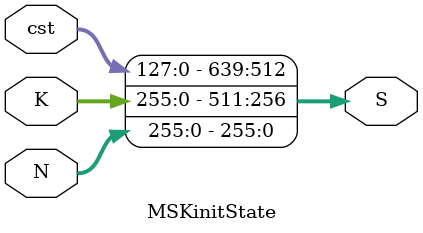
<source format=v>
module MSKinitState #(parameter d = 2) (
    K,
    N,
    cst,
    S
);
input [64*d-1 : 0] cst;
input [128*d-1 : 0] K, N;
output [320*d-1 : 0] S;

assign S = {cst, K, N};

endmodule
</source>
